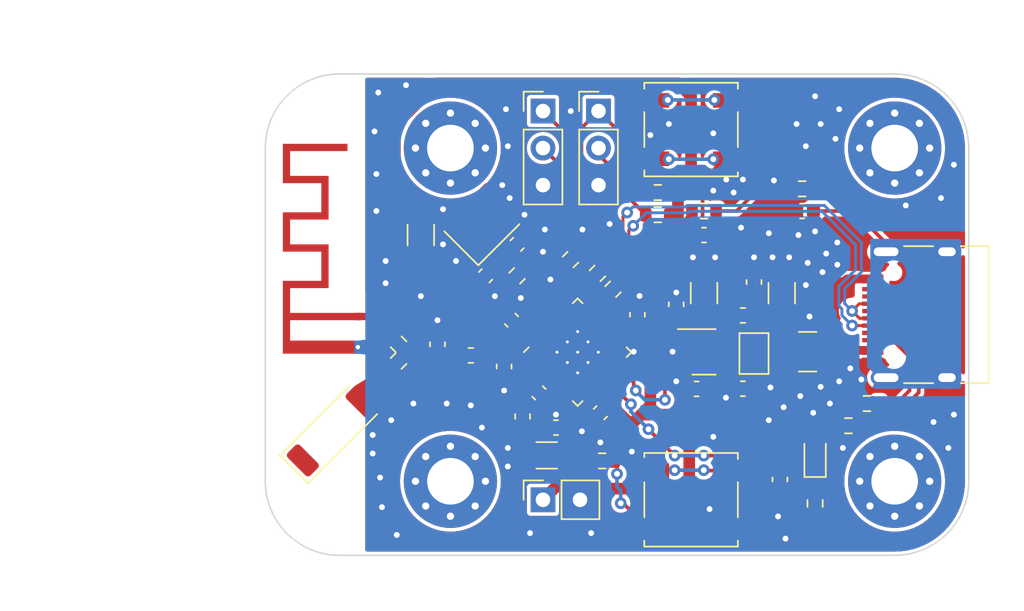
<source format=kicad_pcb>
(kicad_pcb (version 20211014) (generator pcbnew)
  (layers (0 "F.Cu" signal) (31 "B.Cu" signal) (34 "B.Paste" user) (35 "F.Paste" user) (36 "B.SilkS" user "B.Silkscreen") (37 "F.SilkS" user "F.Silkscreen") (38 "B.Mask" user) (39 "F.Mask" user) (44 "Edge.Cuts" user))
  (net 0 "")
  (net 1 "+3.3V")
  (net 2 "GND")
  (net 3 "+3.3VP")
  (net 4 "Net-(AE1-Pad1)")
  (net 5 "Net-(AE2-Pad2)")
  (net 9 "Net-(C8-Pad1)")
  (net 15 "Net-(C9-Pad1)")
  (net 16 "Net-(C10-Pad1)")
  (net 19 "Net-(C11-Pad1)")
  (net 20 "+5V")
  (net 21 "Net-(C14-Pad1)")
  (net 22 "Net-(C16-Pad1)")
  (net 23 "Net-(C18-Pad1)")
  (net 24 "/RST")
  (net 25 "Net-(C19-Pad1)")
  (net 26 "/BOOT")
  (net 27 "Net-(D1-Pad1)")
  (net 28 "/LED_PIN")
  (net 29 "Net-(F1-Pad2)")
  (net 34 "/I2C_SCL")
  (net 35 "/I2C_SDA")
  (net 36 "/U0TX")
  (net 37 "/U0RX")
  (net 38 "/USB_DP")
  (net 39 "/USB_DN")
  (net 40 "Net-(R4-Pad1)")
  (net 41 "Net-(R6-Pad1)")
  (net 42 "Net-(R7-Pad1)")
  (net 43 "Net-(R8-Pad2)")
  (net 44 "Net-(J3-PadA5)")
  (net 46 "Net-(J3-PadB5)")
  (net 52 "Net-(C20-Pad2)")
  (net 54 "Net-(JP1-Pad1)")
  (footprint "Package_TO_SOT_SMD:TSOT-23-5" (layer "F.Cu") (at 131.699 77.482)
    (fp_text reference "U2" hide)
    (fp_text value "RT9013-33GB")
  )
  (footprint "Resistor_SMD:R_0603_1608Metric" (layer "F.Cu") (at 110.744 78.105 45)
    (fp_text reference "R5" hide)
    (fp_text value "0R")
  )
  (footprint "Inductor_SMD:L_0603_1608Metric" (layer "F.Cu") (at 134.366 74.979 180)
    (fp_text reference "L3" hide)
    (fp_text value "2.2nH")
  )
  (footprint "Connector_USB:USB_C_Receptacle_HRO_TYPE-C-31-M-12" (layer "F.Cu") (at 147.32 74.93 90)
    (fp_text reference "J3" hide)
    (fp_text value "USB_C_Receptacle")
  )
  (footprint "Inductor_SMD:L_0603_1608Metric" (layer "F.Cu") (at 115.697 77.724)
    (fp_text reference "L2" hide)
    (fp_text value "2.2nH")
  )
  (footprint "MountingHole:MountingHole_3.2mm_M3_Pad_Via" (layer "F.Cu") (at 144.78 63.5)
    (fp_text reference "H2" hide)
    (fp_text value "MountingHole_Pad")
  )
  (footprint "Resistor_SMD:R_0603_1608Metric" (layer "F.Cu") (at 142.875 81.026)
    (fp_text reference "R2" hide)
    (fp_text value "5.1k")
  )
  (footprint "Fuse:Fuse_1210_3225Metric" (layer "F.Cu") (at 138.811 77.47)
    (fp_text reference "F1" hide)
    (fp_text value "Fuse")
  )
  (footprint "Resistor_SMD:R_0603_1608Metric" (layer "F.Cu") (at 118.872 72.263 45)
    (fp_text reference "R8" hide)
    (fp_text value "22R")
  )
  (footprint "Button_Switch_SMD:SW_Push_1P1T_NO_CK_KSC7xxJ" (layer "F.Cu") (at 130.81 87.63 180)
    (fp_text reference "SW1" hide)
    (fp_text value "SW_RST")
  )
  (footprint "Resistor_SMD:R_0603_1608Metric" (layer "F.Cu") (at 125.45632 73.18568 45)
    (fp_text reference "R7" hide)
    (fp_text value "22R")
  )
  (footprint "Resistor_SMD:R_0603_1608Metric" (layer "F.Cu") (at 141.605 82.55)
    (fp_text reference "R3" hide)
    (fp_text value "5.1k")
  )
  (footprint "Capacitor_SMD:C_0603_1608Metric" (layer "F.Cu") (at 131.699 69.469 180)
    (fp_text reference "C19" hide)
    (fp_text value "100nF")
  )
  (footprint "MountingHole:MountingHole_3.2mm_M3_Pad_Via" (layer "F.Cu") (at 114.3 86.36)
    (fp_text reference "H4" hide)
    (fp_text value "MountingHole_Pad")
  )
  (footprint "Capacitor_SMD:C_0603_1608Metric" (layer "F.Cu") (at 135.128 72.693 90)
    (fp_text reference "C13" hide)
    (fp_text value "100nF")
  )
  (footprint "Resistor_SMD:R_0603_1608Metric" (layer "F.Cu") (at 110.744 76.962 -45)
    (fp_text reference "R1" hide)
    (fp_text value "0R")
  )
  (footprint "Capacitor_SMD:C_0603_1608Metric" (layer "F.Cu") (at 120.37632 80.29768 -45)
    (fp_text reference "C7" hide)
    (fp_text value "100nF")
  )
  (footprint "MountingHole:MountingHole_3.2mm_M3_Pad_Via" (layer "F.Cu") (at 144.78 86.36)
    (fp_text reference "H3" hide)
    (fp_text value "MountingHole_Pad")
  )
  (footprint "Capacitor_SMD:C_0603_1608Metric" (layer "F.Cu") (at 131.191 80.022 180)
    (fp_text reference "C16" hide)
    (fp_text value "10nF")
  )
  (footprint "Capacitor_SMD:C_0603_1608Metric" (layer "F.Cu") (at 116.713 72.263 -135)
    (fp_text reference "C10" hide)
    (fp_text value "C")
  )
  (footprint "Crystal:Crystal_SMD_3225-4Pin_3.2x2.5mm" (layer "F.Cu") (at 116.459 68.961 45)
    (fp_text reference "Y1" hide)
    (fp_text value "Crystal_40MHz")
  )
  (footprint "Capacitor_SMD:C_0603_1608Metric" (layer "F.Cu") (at 113.411 76.962 90)
    (fp_text reference "C8" hide)
    (fp_text value "3.3pF")
  )
  (footprint "LED_SMD:LED_0603_1608Metric" (layer "F.Cu") (at 139.319 84.582 90)
    (fp_text reference "D1" hide)
    (fp_text value "LED")
  )
  (footprint "Resistor_SMD:R_0603_1608Metric" (layer "F.Cu") (at 131.699 67.818)
    (fp_text reference "R11" hide)
    (fp_text value "4.7k")
  )
  (footprint "Capacitor_SMD:C_1206_3216Metric" (layer "F.Cu") (at 131.699 73.455 90)
    (fp_text reference "C15" hide)
    (fp_text value "10uF")
  )
  (footprint "Capacitor_SMD:C_0603_1608Metric" (layer "F.Cu") (at 117.983 78.486 -90)
    (fp_text reference "C9" hide)
    (fp_text value "3.3pF")
  )
  (footprint "Inductor_SMD:L_0603_1608Metric" (layer "F.Cu") (at 119.253 81.915 90)
    (fp_text reference "L1" hide)
    (fp_text value "2.2nH")
  )
  (footprint "Package_DFN_QFN:QFN-32-1EP_5x5mm_P0.5mm_EP3.1x3.1mm_ThermalVias" (layer "F.Cu") (at 123.02932 77.50368 45)
    (fp_text reference "U1" hide)
    (fp_text value "ESP32-C3")
  )
  (footprint "Capacitor_SMD:C_0603_1608Metric" (layer "F.Cu") (at 134.366 80.01 180)
    (fp_text reference "C17" hide)
    (fp_text value "1uF")
  )
  (footprint "RF_Antenna:Johanson_2450AT43F0100" (layer "F.Cu") (at 106.188746 82.914254 45)
    (fp_text reference "AE2" hide)
    (fp_text value "Antenna_Chip")
  )
  (footprint "Resistor_SMD:R_0603_1608Metric" (layer "F.Cu") (at 139.319 87.884 -90)
    (fp_text reference "R10" hide)
    (fp_text value "4.7k")
  )
  (footprint "Connector_PinSocket_2.54mm:PinSocket_1x02_P2.54mm_Vertical" (layer "F.Cu") (at 120.65 87.63 90)
    (fp_text reference "J4" hide)
    (fp_text value "Conn_Ext_3v3")
  )
  (footprint "Resistor_SMD:R_0603_1608Metric" (layer "F.Cu") (at 124.388683 72.094317 45)
    (fp_text reference "R6" hide)
    (fp_text value "22R")
  )
  (footprint "Button_Switch_SMD:SW_Push_1P1T_NO_CK_KSC7xxJ" (layer "F.Cu") (at 130.81 62.23)
    (fp_text reference "SW2" hide)
    (fp_text value "SW_BOOT")
  )
  (footprint "Resistor_SMD:R_0603_1608Metric" (layer "F.Cu") (at 128.524 68.072)
    (fp_text reference "R14" hide)
    (fp_text value "4.7k")
  )
  (footprint "MountingHole:MountingHole_3.2mm_M3_Pad_Via" (layer "F.Cu") (at 114.3 63.5)
    (fp_text reference "H1" hide)
    (fp_text value "MountingHole_Pad")
  )
  (footprint "Capacitor_SMD:C_0603_1608Metric" (layer "F.Cu") (at 136.906 86.233 90)
    (fp_text reference "C18" hide)
    (fp_text value "100nF")
  )
  (footprint "Capacitor_SMD:C_1206_3216Metric" (layer "F.Cu") (at 112.268 69.469 90)
    (fp_text reference "C1" hide)
    (fp_text value "10uF")
  )
  (footprint "Resistor_SMD:R_0603_1608Metric" (layer "F.Cu") (at 138.43 66.294)
    (fp_text reference "R12" hide)
    (fp_text value "1M")
  )
  (footprint "Capacitor_SMD:C_0603_1608Metric" (layer "F.Cu") (at 118.872 70.104 45)
    (fp_text reference "C11" hide)
    (fp_text value "C")
  )
  (footprint "Capacitor_SMD:C_0603_1608Metric" (layer "F.Cu") (at 127.127 74.93 90)
    (fp_text reference "C2" hide)
    (fp_text value "100nF")
  )
  (footprint "Connector_PinHeader_2.54mm:PinHeader_1x03_P2.54mm_Vertical" (layer "F.Cu") (at 120.65 60.96)
    (fp_text reference "J2" hide)
    (fp_text value "Conn_UART")
  )
  (footprint "RF_Antenna:Texas_SWRA117D_2.4GHz_Right" (layer "F.Cu") (at 107.95 75.057 90)
    (fp_text reference "AE1" hide)
    (fp_text value "PCB_Antenna_2.4GHz")
  )
  (footprint "Resistor_SMD:R_0603_1608Metric" (layer "F.Cu") (at 124.714 84.963)
    (fp_text reference "R9" hide)
    (fp_text value "4.7k")
  )
  (footprint "Capacitor_SMD:C_0603_1608Metric" (layer "F.Cu") (at 129.794 74.217 90)
    (fp_text reference "C14" hide)
    (fp_text value "100nF")
  )
  (footprint "Capacitor_SMD:C_1206_3216Metric" (layer "F.Cu") (at 137.033 73.455 90)
    (fp_text reference "C12" hide)
    (fp_text value "10uF")
  )
  (footprint "Capacitor_SMD:C_0603_1608Metric" (layer "F.Cu") (at 118.491 75.311 135)
    (fp_text reference "C4" hide)
    (fp_text value "100nF")
  )
  (footprint "Capacitor_SMD:C_0603_1608Metric" (layer "F.Cu") (at 138.43 67.818)
    (fp_text reference "C20" hide)
    (fp_text value "10nF")
  )
  (footprint "Resistor_SMD:R_0603_1608Metric" (layer "F.Cu") (at 128.524 66.548)
    (fp_text reference "R13" hide)
    (fp_text value "4.7k")
  )
  (footprint "Capacitor_SMD:C_1206_3216Metric" (layer "F.Cu") (at 120.904 84.582 180)
    (fp_text reference "C5" hide)
    (fp_text value "10uF")
  )
  (footprint "Jumper:SolderJumper-2_P1.3mm_Open_TrianglePad1.0x1.5mm" (layer "F.Cu") (at 135.128 77.597 -90)
    (fp_text reference "JP1" hide)
    (fp_text value "SolderJumper_2_Open")
  )
  (footprint "Capacitor_SMD:C_0603_1608Metric" (layer "F.Cu") (at 124.587 81.661 -135)
    (fp_text reference "C3" hide)
    (fp_text value "100nF")
  )
  (footprint "Capacitor_SMD:C_0603_1608Metric" (layer "F.Cu") (at 121.539 82.677)
    (fp_text reference "C6" hide)
    (fp_text value "100nF")
  )
  (footprint "Connector_PinHeader_2.54mm:PinHeader_1x03_P2.54mm_Vertical" (layer "F.Cu") (at 124.46 60.96)
    (fp_text reference "J1" hide)
    (fp_text value "Conn_I2C")
  )
  (footprint "Resistor_SMD:R_0603_1608Metric" (layer "F.Cu") (at 122.53532 71.15368 45)
    (fp_text reference "R4" hide)
    (fp_text value "499R")
  )
  (gr_line (start 101.6 63.5) (end 101.6 86.36) (layer "Edge.Cuts") (width 0.1))
  (gr_line (start 106.68 91.44) (end 144.78 91.44) (layer "Edge.Cuts") (width 0.1))
  (gr_arc (start 144.78 58.42) (mid 148.372102 59.907898) (end 149.86 63.5) (layer "Edge.Cuts") (width 0.1))
  (gr_line (start 144.78 58.42) (end 106.68 58.42) (layer "Edge.Cuts") (width 0.1))
  (gr_line (start 149.86 86.36) (end 149.86 63.5) (layer "Edge.Cuts") (width 0.1))
  (gr_arc (start 101.6 63.5) (mid 103.087898 59.907898) (end 106.68 58.42) (layer "Edge.Cuts") (width 0.1))
  (gr_arc (start 149.86 86.36) (mid 148.372102 89.952102) (end 144.78 91.44) (layer "Edge.Cuts") (width 0.1))
  (gr_arc (start 106.68 91.44) (mid 103.087898 89.952102) (end 101.6 86.36) (layer "Edge.Cuts") (width 0.1))
  (segment (start 125.99033 77.010239) (end 126.959992 76.040577) (width 0.25) (layer "F.Cu") (net 1))
  (segment (start 122.301 84.66) (end 122.379 84.582) (width 0.8) (layer "F.Cu") (net 1))
  (segment (start 128.27 74.803) (end 128.27 71.755) (width 0.6) (layer "F.Cu") (net 1))
  (segment (start 128.819 71.206) (end 128.819 69.999) (width 0.6) (layer "F.Cu") (net 1))
  (segment (start 128.016 78.994) (end 128.016 81.154) (width 0.8) (layer "F.Cu") (net 1))
  (segment (start 122.379 84.582) (end 122.379 84.533) (width 0.8) (layer "F.Cu") (net 1))
  (segment (start 130.874 67.944) (end 129.349 69.469) (width 0.25) (layer "F.Cu") (net 1))
  (segment (start 120.421864 76.663991) (end 119.616881 75.859008) (width 0.25) (layer "F.Cu") (net 1))
  (segment (start 127.762 76.327) (end 127.889 76.454) (width 0.8) (layer "F.Cu") (net 1))
  (segment (start 127.889 78.867) (end 128.016 78.994) (width 0.8) (layer "F.Cu") (net 1))
  (segment (start 120.764 82.918) (end 120.764 82.677) (width 0.8) (layer "F.Cu") (net 1))
  (segment (start 130.874 67.818) (end 130.874 67.944) (width 0.25) (layer "F.Cu") (net 1))
  (segment (start 133.783363 81.788) (end 131.572 81.788) (width 0.8) (layer "F.Cu") (net 1))
  (segment (start 119.2785 82.677) (end 119.253 82.7025) (width 0.8) (layer "F.Cu") (net 1))
  (segment (start 110.49 68.961) (end 117.602 76.073) (width 0.8) (layer "F.Cu") (net 1))
  (segment (start 126.4925 82.2965) (end 125.135008 80.939008) (width 0.8) (layer "F.Cu") (net 1))
  (segment (start 119.039008 75.986008) (end 119.039008 75.859008) (width 0.25) (layer "F.Cu") (net 1))
  (segment (start 127.889 76.454) (end 127.889 78.867) (width 0.8) (layer "F.Cu") (net 1))
  (segment (start 135.141 80.01) (end 135.141 80.430363) (width 0.8) (layer "F.Cu") (net 1))
  (segment (start 129.921 59.055) (end 113.370988 59.055) (width 0.8) (layer "F.Cu") (net 1))
  (segment (start 135.141 80.430363) (end 133.783363 81.788) (width 0.8) (layer "F.Cu") (net 1))
  (segment (start 131.572 81.788) (end 127.382 81.788) (width 0.8) (layer "F.Cu") (net 1))
  (segment (start 120.65 87.63) (end 122.301 85.979) (width 0.8) (layer "F.Cu") (net 1))
  (segment (start 120.06831 77.017544) (end 120.06831 77.01531) (width 0.25) (layer "F.Cu") (net 1))
  (segment (start 119.616881 75.859008) (end 119.039008 75.859008) (width 0.25) (layer "F.Cu") (net 1))
  (segment (start 122.379 84.533) (end 120.764 82.918) (width 0.8) (layer "F.Cu") (net 1))
  (segment (start 130.81 59.944) (end 129.921 59.055) (width 0.8) (layer "F.Cu") (net 1))
  (segment (start 122.301 85.979) (end 122.301 84.66) (width 0.8) (layer "F.Cu") (net 1))
  (segment (start 124.222563 79.797156) (end 124.936606 80.511199) (width 0.25) (layer "F.Cu") (net 1))
  (segment (start 126.959992 76.040577) (end 126.959992 75.859008) (width 0.25) (layer "F.Cu") (net 1))
  (segment (start 127.382 81.788) (end 126.8735 82.2965) (width 0.8) (layer "F.Cu") (net 1))
  (segment (start 127.762 75.311) (end 128.27 74.803) (width 0.6) (layer "F.Cu") (net 1))
  (segment (start 130.683 82.677) (end 130.683 86.868) (width 0.8) (layer "F.Cu") (net 1))
  (segment (start 120.06831 77.01531) (end 119.039008 75.986008) (width 0.25) (layer "F.Cu") (net 1))
  (segment (start 110.49 61.935988) (end 110.49 68.961) (width 0.8) (layer "F.Cu") (net 1))
  (segment (start 124.222563 79.757583) (end 124.222563 79.797156) (width 0.25) (layer "F.Cu") (net 1))
  (segment (start 129.349 69.469) (end 129.91 68.908) (width 0.8) (layer "F.Cu") (net 1))
  (segment (start 127.254 75.705) (end 127.114 75.705) (width 0.8) (layer "F.Cu") (net 1))
  (segment (start 127.762 76.213) (end 127.254 75.705) (width 0.8) (layer "F.Cu") (net 1))
  (segment (start 113.370988 59.055) (end 110.49 61.935988) (width 0.8) (layer "F.Cu") (net 1))
  (segment (start 125.135008 80.939008) (end 125.135008 80.858992) (width 0.8) (layer "F.Cu") (net 1))
  (segment (start 128.819 69.999) (end 129.349 69.469) (width 0.6) (layer "F.Cu") (net 1))
  (segment (start 127.762 76.327) (end 127.762 75.311) (width 0.6) (layer "F.Cu") (net 1))
  (segment (start 130.683 86.868) (end 124.665 86.868) (width 0.8) (layer "F.Cu") (net 1))
  (segment (start 128.016 81.154) (end 127.382 81.788) (width 0.8) (layer "F.Cu") (net 1))
  (segment (start 117.602 76.073) (end 118.618 76.073) (width 0.8) (layer "F.Cu") (net 1))
  (segment (start 128.27 71.755) (end 128.819 71.206) (width 0.6) (layer "F.Cu") (net 1))
  (segment (start 130.81 65.024) (end 130.81 59.944) (width 0.8) (layer "F.Cu") (net 1))
  (segment (start 129.91 65.924) (end 130.81 65.024) (width 0.8) (layer "F.Cu") (net 1))
  (segment (start 124.665 86.868) (end 122.379 84.582) (width 0.8) (layer "F.Cu") (net 1))
  (segment (start 129.91 68.908) (end 129.91 65.924) (width 0.8) (layer "F.Cu") (net 1))
  (segment (start 120.764 82.677) (end 119.2785 82.677) (width 0.8) (layer "F.Cu") (net 1))
  (segment (start 126.8735 82.2965) (end 126.4925 82.2965) (width 0.8) (layer "F.Cu") (net 1))
  (segment (start 127.114 75.705) (end 126.959992 75.859008) (width 0.8) (layer "F.Cu") (net 1))
  (segment (start 125.99033 77.017544) (end 125.99033 77.010239) (width 0.25) (layer "F.Cu") (net 1))
  (segment (start 128.994 69.824) (end 129.349 69.469) (width 0.25) (layer "F.Cu") (net 1))
  (segment (start 131.572 81.788) (end 130.683 82.677) (width 0.8) (layer "F.Cu") (net 1))
  (segment (start 127.762 76.327) (end 127.762 76.213) (width 0.8) (layer "F.Cu") (net 1))
  (segment (start 118.364 66.929) (end 118.364 68.258081) (width 0.25) (layer "F.Cu") (net 2))
  (segment (start 121.158 72.517) (end 120.846 72.205) (width 0.25) (layer "F.Cu") (net 2))
  (segment (start 120.846 72.205) (end 120.846 71.408573) (width 0.25) (layer "F.Cu") (net 2))
  (segment (start 114.681 71.247) (end 117.094 73.66) (width 0.25) (layer "F.Cu") (net 2))
  (segment (start 120.65 71.212573) (end 120.65 70.612) (width 0.25) (layer "F.Cu") (net 2))
  (segment (start 118.364 68.258081) (end 117.837858 68.784223) (width 0.25) (layer "F.Cu") (net 2))
  (segment (start 115.094103 67.691) (end 113.792 67.691) (width 0.25) (layer "F.Cu") (net 2))
  (segment (start 117.348 73.66) (end 117.475 73.787) (width 0.25) (layer "F.Cu") (net 2))
  (segment (start 120.846 71.408573) (end 120.65 71.212573) (width 0.25) (layer "F.Cu") (net 2))
  (segment (start 120.476016 70.612) (end 119.420008 69.555992) (width 0.25) (layer "F.Cu") (net 2))
  (segment (start 118.609627 69.555992) (end 117.837858 68.784223) (width 0.25) (layer "F.Cu") (net 2))
  (segment (start 120.65 70.612) (end 120.476016 70.612) (width 0.25) (layer "F.Cu") (net 2))
  (segment (start 116.745103 66.04) (end 115.094103 67.691) (width 0.25) (layer "F.Cu") (net 2))
  (segment (start 117.475 73.787) (end 119.126 73.787) (width 0.25) (layer "F.Cu") (net 2))
  (segment (start 113.792 70.358) (end 114.681 71.247) (width 0.25) (layer "F.Cu") (net 2))
  (segment (start 119.420008 69.555992) (end 118.609627 69.555992) (width 0.25) (layer "F.Cu") (net 2))
  (segment (start 117.856 66.04) (end 116.745103 66.04) (width 0.25) (layer "F.Cu") (net 2))
  (segment (start 117.094 73.66) (end 117.348 73.66) (width 0.25) (layer "F.Cu") (net 2))
  (segment (start 117.856 66.04) (end 117.856 66.421) (width 0.25) (layer "F.Cu") (net 2))
  (segment (start 117.856 66.421) (end 118.364 66.929) (width 0.25) (layer "F.Cu") (net 2))
  (segment (start 113.792 67.691) (end 113.792 70.358) (width 0.25) (layer "F.Cu") (net 2))
  (via (at 133.731 66.548) (size 0.8) (drill 0.4) (layers "F.Cu" "B.Cu") (net 2))
  (via (at 140.335 81.026) (size 0.8) (drill 0.4) (layers "F.Cu" "B.Cu") (net 2))
  (via (at 118.237 63.373) (size 0.8) (drill 0.4) (layers "F.Cu" "B.Cu") (net 2))
  (via (at 109.22 65.278) (size 0.8) (drill 0.4) (layers "F.Cu" "B.Cu") (net 2))
  (via (at 118.11 60.833) (size 0.8) (drill 0.4) (layers "F.Cu" "B.Cu") (net 2))
  (via (at 118.237 85.344) (size 0.8) (drill 0.4) (layers "F.Cu" "B.Cu") (net 2))
  (via (at 142.494 79.375) (size 0.8) (drill 0.4) (layers "F.Cu" "B.Cu") (net 2))
  (via (at 121.158 72.517) (size 0.8) (drill 0.4) (layers "F.Cu" "B.Cu") (net 2))
  (via (at 137.287 90.297) (size 0.8) (drill 0.4) (layers "F.Cu" "B.Cu") (net 2))
  (via (at 129.286 61.849) (size 0.8) (drill 0.4) (layers "F.Cu" "B.Cu") (net 2))
  (via (at 129.794 79.502) (size 0.8) (drill 0.4) (layers "F.Cu" "B.Cu") (net 2))
  (via (at 145.542 67.437) (size 0.8) (drill 0.4) (layers "F.Cu" "B.Cu") (net 2))
  (via (at 118.364 66.929) (size 0.8) (drill 0.4) (layers "F.Cu" "B.Cu") (net 2))
  (via (at 140.716 62.865) (size 0.8) (drill 0.4) (layers "F.Cu" "B.Cu") (net 2))
  (via (at 136.144 82.169) (size 0.8) (drill 0.4) (layers "F.Cu" "B.Cu") (net 2))
  (via (at 148.463 84.074) (size 0.8) (drill 0.4) (layers "F.Cu" "B.Cu") (net 2))
  (via (at 139.319 69.215) (size 0.8) (drill 0.4) (layers "F.Cu" "B.Cu") (net 2))
  (via (at 139.192 81.661) (size 0.8) (drill 0.4) (layers "F.Cu" "B.Cu") (net 2))
  (via (at 140.97 60.833) (size 0.8) (drill 0.4) (layers "F.Cu" "B.Cu") (net 2))
  (via (at 132.334 62.484) (size 0.8) (drill 0.4) (layers "F.Cu" "B.Cu") (net 2))
  (via (at 130.937 70.993) (size 0.8) (drill 0.4) (layers "F.Cu" "B.Cu") (net 2))
  (via (at 109.601 88.138) (size 0.8) (drill 0.4) (layers "F.Cu" "B.Cu") (net 2))
  (via (at 111.76 81.026) (size 0.8) (drill 0.4) (layers "F.Cu" "B.Cu") (net 2))
  (via (at 132.334 66.421) (size 0.8) (drill 0.4) (layers "F.Cu" "B.Cu") (net 2))
  (via (at 147.955 66.929) (size 0.8) (drill 0.4) (layers "F.Cu" "B.Cu") (net 2))
  (via (at 139.7 61.849) (size 0.8) (drill 0.4) (layers "F.Cu" "B.Cu") (net 2))
  (via (at 109.855 71.247) (size 0.8) (drill 0.4) (layers "F.Cu" "B.Cu") (net 2))
  (via (at 133.223 65.659) (size 0.8) (drill 0.4) (layers "F.Cu" "B.Cu") (net 2))
  (via (at 116.459 82.677) (size 0.8) (drill 0.4) (layers "F.Cu" "B.Cu") (net 2))
  (via (at 110.236 82.169) (size 0.8) (drill 0.4) (layers "F.Cu" "B.Cu") (net 2))
  (via (at 113.792 70.104) (size 0.8) (drill 0.4) (layers "F.Cu" "B.Cu") (net 2))
  (via (at 140.843 69.977) (size 0.8) (drill 0.4) (layers "F.Cu" "B.Cu") (net 2))
  (via (at 119.761 89.916) (size 0.8) (drill 0.4) (layers "F.Cu" "B.Cu") (net 2))
  (via (at 113.792 67.691) (size 0.8) (drill 0.4) (layers "F.Cu" "B.Cu") (net 2))
  (via (at 129.794 73.406) (size 0.8) (drill 0.4) (layers "F.Cu" "B.Cu") (net 2))
  (via (at 109.093 62.357) (size 0.8) (drill 0.4) (layers "F.Cu" "B.Cu") (net 2))
  (via (at 140.843 71.501) (size 0.8) (drill 0.4) (layers "F.Cu" "B.Cu") (net 2))
  (via (at 136.253904 79.925463) (size 0.8) (drill 0.4) (layers "F.Cu" "B.Cu") (net 2))
  (via (at 126.746 84.328) (size 0.8) (drill 0.4) (layers "F.Cu" "B.Cu") (net 2))
  (via (at 124.587 83.693) (size 0.8) (drill 0.4) (layers "F.Cu" "B.Cu") (net 2))
  (via (at 136.493663 65.723943) (size 0.8) (drill 0.4) (layers "F.Cu" "B.Cu") (net 2))
  (via (at 117.983 80.137) (size 0.8) (drill 0.4) (layers "F.Cu" "B.Cu") (net 2))
  (via (at 114.681 71.247) (size 0.8) (drill 0.4) (layers "F.Cu" "B.Cu") (net 2))
  (via (at 148.844 81.788) (size 0.8) (drill 0.4) (layers "F.Cu" "B.Cu") (net 2))
  (via (at 109.347 59.69) (size 0.8) (drill 0.4) (layers "F.Cu" "B.Cu") (net 2))
  (via (at 132.08 88.265) (size 0.8) (drill 0.4) (layers "F.Cu" "B.Cu") (net 2))
  (via (at 121.539 81.788) (size 0.8) (drill 0.4) (layers "F.Cu" "B.Cu") (net 2))
  (via (at 135.128 70.993) (size 0.8) (drill 0.4) (layers "F.Cu" "B.Cu") (net 2))
  (via (at 123.3545 69.088) (size 0.8) (drill 0.4) (layers "F.Cu" "B.Cu") (net 2))
  (via (at 123.317 82.931) (size 0.8) (drill 0.4) (layers "F.Cu" "B.Cu") (net 2))
  (via (at 134.239 68.961) (size 0.8) (drill 0.4) (layers "F.Cu" "B.Cu") (net 2))
  (via (at 114.046 81.026) (size 0.8) (drill 0.4) (layers "F.Cu" "B.Cu") (net 2))
  (via (at 139.319 59.944) (size 0.8) (drill 0.4) (layers "F.Cu" "B.Cu") (net 2))
  (via (at 120.65 70.612) (size 0.8) (drill 0.4) (layers "F.Cu" "B.Cu") (net 2))
  (via (at 117.348 73.66) (size 0.8) (drill 0.4) (layers "F.Cu" "B.Cu") (net 2))
  (via (at 136.398 70.993) (size 0.8) (drill 0.4) (layers "F.Cu" "B.Cu") (net 2))
  (via (at 139.7 79.883) (size 0.8) (drill 0.4) (layers "F.Cu" "B.Cu") (net 2))
  (via (at 138.684 63.373) (size 0.8) (drill 0.4) (layers "F.Cu" "B.Cu") (net 2))
  (via (at 111.252 59.182) (size 0.8) (drill 0.4) (layers "F.Cu" "B.Cu") (net 2))
  (via (at 134.366 65.659) (size 0.8) (drill 0.4) (layers "F.Cu" "B.Cu") (net 2))
  (via (at 148.844 64.643) (size 0.8) (drill 0.4) (layers "F.Cu" "B.Cu") (net 2))
  (via (at 128.016 62.611) (size 0.8) (drill 0.4) (layers "F.Cu" "B.Cu") (net 2))
  (via (at 138.684 72.898) (size 0.8) (drill 0.4) (layers "F.Cu" "B.Cu") (net 2))
  (via (at 141.224 84.074) (size 0.8) (drill 0.4) (layers "F.Cu" "B.Cu") (net 2))
  (via (at 112.268 73.66) (size 0.8) (drill 0.4) (layers "F.Cu" "B.Cu") (net 2))
  (via (at 138.049 61.849) (size 0.8) (drill 0.4) (layers "F.Cu" "B.Cu") (net 2))
  (via (at 136.779 88.773) (size 0.8) (drill 0.4) (layers "F.Cu" "B.Cu") (net 2))
  (via (at 129.54 77.47) (size 0.8) (drill 0.4) (layers "F.Cu" "B.Cu") (net 2))
  (via (at 109.22 67.818) (size 0.8) (drill 0.4) (layers "F.Cu" "B.Cu") (net 2))
  (via (at 123.952 89.916) (size 0.8) (drill 0.4) (layers "F.Cu" "B.Cu") (net 2))
  (via (at 127.277049 73.645549) (size 0.8) (drill 0.4) (layers "F.Cu" "B.Cu") (net 2))
  (via (at 140.081 70.739) (size 0.8) (drill 0.4) (layers "F.Cu" "B.Cu") (net 2))
  (via (at 126.873 77.47) (size 0.8) (drill 0.4) (layers "F.Cu" "B.Cu") (net 2))
  (via (at 108.966 84.455) (size 0.8) (drill 0.4) (layers "F.Cu" "B.Cu") (net 2))
  (via (at 138.303 80.518) (size 0.8) (drill 0.4) (layers "F.Cu" "B.Cu") (net 2))
  (via (at 122.555 60.96) (size 0.8) (drill 0.4) (layers "F.Cu" "B.Cu") (net 2))
  (via (at 120.777 69.088) (size 0.8) (drill 0.4) (layers "F.Cu" "B.Cu") (net 2))
  (via (at 141.732 78.613) (size 0.8) (drill 0.4) (layers "F.Cu" "B.Cu") (net 2))
  (via (at 138.176 69.469) (size 0.8) (drill 0.4) (layers "F.Cu" "B.Cu") (net 2))
  (via (at 110.617 90.043) (size 0.8) (drill 0.4) (layers "F.Cu" "B.Cu") (net 2))
  (via (at 109.855 72.771) (size 0.8) (drill 0.4) (layers "F.Cu" "B.Cu") (net 2))
  (via (at 138.938 75.057) (size 0.8) (drill 0.4) (layers "F.Cu" "B.Cu") (net 2))
  (via (at 119.126 73.787) (size 0.8) (drill 0.4) (layers "F.Cu" "B.Cu") (net 2))
  (via (at 119.38 68.072) (size 0.8) (drill 0.4) (layers "F.Cu" "B.Cu") (net 2))
  (via (at 147.447 82.296) (size 0.8) (drill 0.4) (layers "F.Cu" "B.Cu") (net 2))
  (via (at 136.144 69.342) (size 0.8) (drill 0.4) (layers "F.Cu" "B.Cu") (net 2))
  (via (at 137.16 81.28) (size 0.8) (drill 0.4) (layers "F.Cu" "B.Cu") (net 2))
  (via (at 139.827 72.009) (size 0.8) (drill 0.4) (layers "F.Cu" "B.Cu") (net 2))
  (via (at 138.811 71.374) (size 0.8) (drill 0.4) (layers "F.Cu" "B.Cu") (net 2))
  (via (at 132.461 70.993) (size 0.8) (drill 0.4) (layers "F.Cu" "B.Cu") (net 2))
  (via (at 113.411 75.311) (size 0.8) (drill 0.4) (layers "F.Cu" "B.Cu") (net 2))
  (via (at 137.541 70.993) (size 0.8) (drill 0.4) (layers "F.Cu" "B.Cu") (net 2))
  (via (at 140.97 79.502) (size 0.8) (drill 0.4) (layers "F.Cu" "B.Cu") (net 2))
  (via (at 133.203609 80.625609) (size 0.8) (drill 0.4) (layers "F.Cu" "B.Cu") (net 2))
  (via (at 132.334 83.312) (size 0.8) (drill 0.4) (layers "F.Cu" "B.Cu") (net 2))
  (via (at 109.474 86.106) (size 0.8) (drill 0.4) (layers "F.Cu" "B.Cu") (net 2))
  (via (at 117.856 66.04) (size 0.8) (drill 0.4) (layers "F.Cu" "B.Cu") (net 2))
  (via (at 115.697 81.153) (size 0.8) (drill 0.4) (layers "F.Cu" "B.Cu") (net 2))
  (via (at 125.222 68.707) (size 0.8) (drill 0.4) (layers "F.Cu" "B.Cu") (net 2))
  (via (at 118.237 84.074) (size 0.8) (drill 0.4) (layers "F.Cu" "B.Cu") (net 2))
  (via (at 108.966 83.185) (size 0.8) (drill 0.4) (layers "F.Cu" "B.Cu") (net 2))
  (segment (start 111.565 77.157) (end 113.411 75.311) (width 0.6) (layer "B.Cu") (net 2))
  (segment (start 108.331 77.157) (end 111.565 77.157) (width 1) (layer "B.Cu") (net 2))
  (segment (start 119.253 81.1275) (end 119.253 80.324984) (width 0.8) (layer "F.Cu") (net 3))
  (segment (start 120.421864 78.343369) (end 119.98132 78.783913) (width 0.25) (layer "F.Cu") (net 3))
  (segment (start 120.775417 78.696923) (end 120.74797 78.696923) (width 0.25) (layer "F.Cu") (net 3))
  (segment (start 119.253 80.324984) (end 119.828312 79.749672) (width 0.8) (layer "F.Cu") (net 3))
  (segment (start 119.98132 78.783913) (end 119.98132 79.336573) (width 0.25) (layer "F.Cu") (net 3))
  (segment (start 120.74797 78.696923) (end 120.10832 79.336573) (width 0.25) (layer "F.Cu") (net 3))
  (segment (start 107.95 75.057) (end 108.839 75.057) (width 0.5) (layer "F.Cu") (net 4))
  (segment (start 108.839 75.057) (end 110.160637 76.378637) (width 0.5) (layer "F.Cu") (net 4))
  (segment (start 114.9095 77.724) (end 113.424 77.724) (width 0.8) (layer "F.Cu") (net 9))
  (segment (start 113.398 77.724) (end 113.411 77.737) (width 0.6) (layer "F.Cu") (net 9))
  (segment (start 111.366 77.64175) (end 111.44825 77.724) (width 0.6) (layer "F.Cu") (net 9))
  (segment (start 111.44825 77.724) (end 111.57525 77.597) (width 0.8) (layer "F.Cu") (net 9))
  (segment (start 111.57525 77.597) (end 113.271 77.597) (width 0.8) (layer "F.Cu") (net 9))
  (segment (start 113.271 77.597) (end 113.398 77.724) (width 0.8) (layer "F.Cu") (net 9))
  (segment (start 113.424 77.724) (end 113.411 77.737) (width 0.8) (layer "F.Cu") (net 9))
  (segment (start 119.888 77.851) (end 118.123 77.851) (width 0.6) (layer "F.Cu") (net 15))
  (segment (start 117.983 77.711) (end 116.4975 77.711) (width 0.8) (layer "F.Cu") (net 15))
  (segment (start 118.123 77.851) (end 117.983 77.711) (width 0.6) (layer "F.Cu") (net 15))
  (segment (start 116.4975 77.711) (end 116.4845 77.724) (width 0.8) (layer "F.Cu") (net 15))
  (segment (start 120.026816 77.989816) (end 119.888 77.851) (width 0.25) (layer "F.Cu") (net 15))
  (segment (start 120.06831 77.989816) (end 120.026816 77.989816) (width 0.25) (layer "F.Cu") (net 15))
  (segment (start 117.261008 71.818734) (end 118.288637 72.846363) (width 0.25) (layer "F.Cu") (net 16))
  (segment (start 116.282223 70.736207) (end 117.261008 71.714992) (width 0.25) (layer "F.Cu") (net 16))
  (segment (start 116.282223 70.339858) (end 116.282223 70.736207) (width 0.25) (layer "F.Cu") (net 16))
  (segment (start 117.261008 71.714992) (end 117.261008 71.818734) (width 0.25) (layer "F.Cu") (net 16))
  (segment (start 121.128971 75.956884) (end 120.693544 75.521456) (width 0.25) (layer "F.Cu") (net 19))
  (segment (start 121.115524 75.956884) (end 121.128971 75.956884) (width 0.25) (layer "F.Cu") (net 19))
  (segment (start 120.693544 75.521456) (end 120.423559 75.251472) (width 0.25) (layer "F.Cu") (net 19))
  (segment (start 116.593619 67.6243) (end 116.593619 69.095619) (width 0.25) (layer "F.Cu") (net 19))
  (segment (start 120.396 75.223913) (end 121.128971 75.956884) (width 0.25) (layer "F.Cu") (net 19))
  (segment (start 116.593619 69.095619) (end 118.150008 70.652008) (width 0.25) (layer "F.Cu") (net 19))
  (segment (start 118.323992 70.652008) (end 119.453039 70.652008) (width 0.25) (layer "F.Cu") (net 19))
  (segment (start 120.396 71.594969) (end 120.396 75.223913) (width 0.25) (layer "F.Cu") (net 19))
  (segment (start 118.150008 70.652008) (end 118.323992 70.652008) (width 0.25) (layer "F.Cu") (net 19))
  (segment (start 116.635777 67.582142) (end 116.593619 67.6243) (width 0.25) (layer "F.Cu") (net 19))
  (segment (start 119.453039 70.652008) (end 120.396 71.594969) (width 0.25) (layer "F.Cu") (net 19))
  (segment (start 137.033 74.93) (end 135.2025 74.93) (width 0.8) (layer "F.Cu") (net 20))
  (segment (start 135.128 73.468) (end 135.128 74.9535) (width 0.8) (layer "F.Cu") (net 20))
  (segment (start 137.411 77.47) (end 137.411 75.308) (width 0.8) (layer "F.Cu") (net 20))
  (segment (start 135.128 74.9535) (end 135.1535 74.979) (width 0.8) (layer "F.Cu") (net 20))
  (segment (start 137.411 75.308) (end 137.033 74.93) (width 0.8) (layer "F.Cu") (net 20))
  (segment (start 135.2025 74.93) (end 135.1535 74.979) (width 0.8) (layer "F.Cu") (net 20))
  (segment (start 131.699 74.93) (end 131.699 75.3945) (width 0.25) (layer "F.Cu") (net 21))
  (segment (start 131.833001 77.971) (end 131.208001 78.596) (width 0.25) (layer "F.Cu") (net 21))
  (segment (start 131.833001 77.223001) (end 131.142 76.532) (width 0.25) (layer "F.Cu") (net 21))
  (segment (start 129.794 74.992) (end 129.794 75.7645) (width 0.25) (layer "F.Cu") (net 21))
  (segment (start 131.833001 77.223001) (end 131.833001 77.971) (width 0.25) (layer "F.Cu") (net 21))
  (segment (start 129.794 75.7645) (end 130.5615 76.532) (width 0.25) (layer "F.Cu") (net 21))
  (segment (start 131.208001 78.596) (end 129.7995 78.596) (width 0.25) (layer "F.Cu") (net 21))
  (segment (start 131.142 76.532) (end 130.5615 76.532) (width 0.25) (layer "F.Cu") (net 21))
  (segment (start 129.794 74.992) (end 129.856 74.992) (width 0.25) (layer "F.Cu") (net 21))
  (segment (start 131.966 79.8065) (end 131.966 80.022) (width 0.4) (layer "F.Cu") (net 22))
  (segment (start 132.8365 78.432) (end 132.8365 78.936) (width 0.4) (layer "F.Cu") (net 22))
  (segment (start 132.8365 78.936) (end 131.966 79.8065) (width 0.4) (layer "F.Cu") (net 22))
  (segment (start 125.73 85.852) (end 125.73 85.154) (width 0.25) (layer "F.Cu") (net 23))
  (segment (start 127.7465 89.63) (end 133.71 89.63) (width 0.25) (layer "F.Cu") (net 23))
  (segment (start 125.984 87.8675) (end 126.1475 87.8675) (width 0.25) (layer "F.Cu") (net 23))
  (segment (start 126.1475 87.8675) (end 127.91 89.63) (width 0.25) (layer "F.Cu") (net 23))
  (segment (start 125.73 85.154) (end 125.539 84.963) (width 0.25) (layer "F.Cu") (net 23))
  (segment (start 136.906 87.008) (end 134.284 89.63) (width 0.25) (layer "F.Cu") (net 23))
  (segment (start 134.284 89.63) (end 133.71 89.63) (width 0.25) (layer "F.Cu") (net 23))
  (via (at 125.984 87.8675) (size 0.8) (drill 0.4) (layers "F.Cu" "B.Cu") (net 23))
  (via (at 125.73 85.852) (size 0.8) (drill 0.4) (layers "F.Cu" "B.Cu") (net 23))
  (segment (start 125.73 86.741) (end 125.73 85.852) (width 0.25) (layer "B.Cu") (net 23))
  (segment (start 125.984 86.995) (end 125.73 86.741) (width 0.25) (layer "B.Cu") (net 23))
  (segment (start 125.984 87.8675) (end 125.984 86.995) (width 0.25) (layer "B.Cu") (net 23))
  (segment (start 127.91 84.349) (end 126.746 83.185) (width 0.25) (layer "F.Cu") (net 24))
  (segment (start 124.249132 81.323132) (end 122.217132 81.323132) (width 0.25) (layer "F.Cu") (net 24))
  (segment (start 131.7145 85.63) (end 132.44 85.63) (width 0.25) (layer "F.Cu") (net 24))
  (segment (start 121.846325 80.952325) (end 121.846325 80.454442) (width 0.25) (layer "F.Cu") (net 24))
  (segment (start 127.91 85.598) (end 127.91 84.349) (width 0.25) (layer "F.Cu") (net 24))
  (segment (start 129.6835 85.598) (end 127.91 85.598) (width 0.25) (layer "F.Cu") (net 24))
  (segment (start 122.217132 81.323132) (end 121.846325 80.952325) (width 0.25) (layer "F.Cu") (net 24))
  (segment (start 136.734 85.63) (end 133.71 85.63) (width 0.25) (layer "F.Cu") (net 24))
  (segment (start 126.746 83.185) (end 126.111 83.185) (width 0.25) (layer "F.Cu") (net 24))
  (segment (start 126.111 83.185) (end 124.249132 81.323132) (width 0.25) (layer "F.Cu") (net 24))
  (segment (start 136.906 85.458) (end 136.734 85.63) (width 0.25) (layer "F.Cu") (net 24))
  (segment (start 121.846325 80.454442) (end 122.189631 80.111136) (width 0.25) (layer "F.Cu") (net 24))
  (segment (start 131.6825 85.598) (end 131.7145 85.63) (width 0.25) (layer "F.Cu") (net 24))
  (via (at 131.6825 85.598) (size 0.8) (drill 0.4) (layers "F.Cu" "B.Cu") (net 24))
  (via (at 129.6835 85.598) (size 0.8) (drill 0.4) (layers "F.Cu" "B.Cu") (net 24))
  (segment (start 131.6825 85.598) (end 129.6835 85.598) (width 0.25) (layer "B.Cu") (net 24))
  (segment (start 135.636 66.124) (end 135.636 63.426) (width 0.25) (layer "F.Cu") (net 25))
  (segment (start 135.636 63.426) (end 132.408 60.198) (width 0.25) (layer "F.Cu") (net 25))
  (segment (start 132.474 67.868) (end 132.524 67.818) (width 0.25) (layer "F.Cu") (net 25))
  (segment (start 132.524 67.818) (end 133.942 67.818) (width 0.25) (layer "F.Cu") (net 25))
  (segment (start 133.942 67.818) (end 135.636 66.124) (width 0.25) (layer "F.Cu") (net 25))
  (segment (start 132.474 69.469) (end 132.474 67.868) (width 0.25) (layer "F.Cu") (net 25))
  (via (at 129.212 60.198) (size 0.8) (drill 0.4) (layers "F.Cu" "B.Cu") (net 25))
  (via (at 132.408 60.198) (size 0.8) (drill 0.4) (layers "F.Cu" "B.Cu") (net 25))
  (segment (start 129.212 60.198) (end 132.408 60.198) (width 0.25) (layer "B.Cu") (net 25))
  (segment (start 128.685 76.108) (end 128.685 78.637695) (width 0.25) (layer "F.Cu") (net 26))
  (segment (start 129.444 72.487396) (end 128.974 72.957396) (width 0.25) (layer "F.Cu") (net 26))
  (segment (start 126.873 79.987563) (end 126.873 79.579593) (width 0.25) (layer "F.Cu") (net 26))
  (segment (start 129.444 70.949) (end 129.444 72.487396) (width 0.25) (layer "F.Cu") (net 26))
  (segment (start 129.148 64.262) (end 129.286 64.262) (width 0.25) (layer "F.Cu") (net 26))
  (segment (start 131.599 65.759) (end 131.599 68.794) (width 0.25) (layer "F.Cu") (net 26))
  (segment (start 128.974 75.819) (end 128.685 76.108) (width 0.25) (layer "F.Cu") (net 26))
  (segment (start 131.599 68.794) (end 130.924 69.469) (width 0.25) (layer "F.Cu") (net 26))
  (segment (start 129.0155 78.968195) (end 129.0155 80.773937) (width 0.25) (layer "F.Cu") (net 26))
  (segment (start 127.0165 80.131063) (end 126.873 79.987563) (width 0.25) (layer "F.Cu") (net 26))
  (segment (start 131.858 65.437) (end 131.858 65.5) (width 0.25) (layer "F.Cu") (net 26))
  (segment (start 130.924 69.469) (end 129.444 70.949) (width 0.25) (layer "F.Cu") (net 26))
  (segment (start 131.858 65.5) (end 131.599 65.759) (width 0.25) (layer "F.Cu") (net 26))
  (segment (start 128.685 78.637695) (end 129.0155 78.968195) (width 0.25) (layer "F.Cu") (net 26))
  (segment (start 128.974 72.957396) (end 128.974 75.819) (width 0.25) (layer "F.Cu") (net 26))
  (segment (start 126.873 79.579593) (end 125.636776 78.343369) (width 0.25) (layer "F.Cu") (net 26))
  (segment (start 131.858 65.5) (end 132.784 64.574) (width 0.25) (layer "F.Cu") (net 26))
  (via (at 127.0165 80.131063) (size 0.8) (drill 0.4) (layers "F.Cu" "B.Cu") (net 26))
  (via (at 129.286 64.262) (size 0.8) (drill 0.4) (layers "F.Cu" "B.Cu") (net 26))
  (via (at 129.0155 80.773937) (size 0.8) (drill 0.4) (layers "F.Cu" "B.Cu") (net 26))
  (via (at 132.334 64.262) (size 0.8) (drill 0.4) (layers "F.Cu" "B.Cu") (net 26))
  (segment (start 132.334 64.262) (end 129.286 64.262) (width 0.25) (layer "B.Cu") (net 26))
  (segment (start 127.635 80.772) (end 129.013563 80.772) (width 0.25) (layer "B.Cu") (net 26))
  (segment (start 129.013563 80.772) (end 129.0155 80.773937) (width 0.25) (layer "B.Cu") (net 26))
  (segment (start 127.0165 80.1535) (end 127.635 80.772) (width 0.25) (layer "B.Cu") (net 26))
  (segment (start 127.0165 80.131063) (end 127.0165 80.1535) (width 0.25) (layer "B.Cu") (net 26))
  (segment (start 139.319 87.059) (end 139.319 85.3695) (width 0.25) (layer "F.Cu") (net 27))
  (segment (start 125.984 80.374184) (end 126.683154 81.073338) (width 0.25) (layer "F.Cu") (net 28))
  (segment (start 125.283223 78.696923) (end 125.984 79.3977) (width 0.25) (layer "F.Cu") (net 28))
  (segment (start 125.984 79.3977) (end 125.984 80.374184) (width 0.25) (layer "F.Cu") (net 28))
  (segment (start 131.6825 84.598497) (end 138.515003 84.598497) (width 0.25) (layer "F.Cu") (net 28))
  (segment (start 127.889 82.803997) (end 129.6835 84.598497) (width 0.25) (layer "F.Cu") (net 28))
  (segment (start 138.515003 84.598497) (end 139.319 83.7945) (width 0.25) (layer "F.Cu") (net 28))
  (segment (start 127.889 82.7875) (end 127.889 82.803997) (width 0.25) (layer "F.Cu") (net 28))
  (via (at 131.6825 84.598497) (size 0.8) (drill 0.4) (layers "F.Cu" "B.Cu") (net 28))
  (via (at 127.889 82.7875) (size 0.8) (drill 0.4) (layers "F.Cu" "B.Cu") (net 28))
  (via (at 126.683154 81.073338) (size 0.8) (drill 0.4) (layers "F.Cu" "B.Cu") (net 28))
  (via (at 129.6835 84.598497) (size 0.8) (drill 0.4) (layers "F.Cu" "B.Cu") (net 28))
  (segment (start 126.683154 81.581654) (end 126.683154 81.073338) (width 0.25) (layer "B.Cu") (net 28))
  (segment (start 129.6835 84.598497) (end 131.6825 84.598497) (width 0.25) (layer "B.Cu") (net 28))
  (segment (start 127.889 82.7875) (end 126.683154 81.581654) (width 0.25) (layer "B.Cu") (net 28))
  (segment (start 143.275 77.38) (end 140.301 77.38) (width 0.6) (layer "F.Cu") (net 29))
  (segment (start 141.515 72.48) (end 140.211 73.784) (width 0.6) (layer "F.Cu") (net 29))
  (segment (start 143.275 72.48) (end 141.515 72.48) (width 0.6) (layer "F.Cu") (net 29))
  (segment (start 140.211 73.784) (end 140.211 77.47) (width 0.6) (layer "F.Cu") (net 29))
  (segment (start 140.301 77.38) (end 140.211 77.47) (width 0.25) (layer "F.Cu") (net 29))
  (segment (start 125.733833 73.580888) (end 124.079 71.926055) (width 0.25) (layer "F.Cu") (net 34))
  (segment (start 126.185 65.034) (end 127.699 66.548) (width 0.25) (layer "F.Cu") (net 34))
  (segment (start 126.185 62.685) (end 126.185 65.034) (width 0.25) (layer "F.Cu") (net 34))
  (segment (start 123.285 62.135) (end 124.46 60.96) (width 0.25) (layer "F.Cu") (net 34))
  (segment (start 124.079 71.926055) (end 124.079 68.590701) (width 0.25) (layer "F.Cu") (net 34))
  (segment (start 125.283223 76.310437) (end 125.626528 75.967132) (width 0.25) (layer "F.Cu") (net 34))
  (segment (start 125.733833 75.095308) (end 125.733833 73.580888) (width 0.25) (layer "F.Cu") (net 34))
  (segment (start 124.46 60.96) (end 126.185 62.685) (width 0.25) (layer "F.Cu") (net 34))
  (segment (start 123.285 67.796701) (end 123.285 62.135) (width 0.25) (layer "F.Cu") (net 34))
  (segment (start 124.079 68.590701) (end 123.285 67.796701) (width 0.25) (layer "F.Cu") (net 34))
  (segment (start 125.626528 75.202613) (end 125.733833 75.095308) (width 0.25) (layer "F.Cu") (net 34))
  (segment (start 125.626528 75.967132) (end 125.626528 75.202613) (width 0.25) (layer "F.Cu") (net 34))
  (segment (start 127.508 71.422634) (end 127.699 71.231634) (width 0.25) (layer "F.Cu") (net 35))
  (segment (start 125.647009 76.663991) (end 125.984 76.327) (width 0.25) (layer "F.Cu") (net 35))
  (segment (start 125.984 65.469396) (end 124.46 63.945396) (width 0.25) (layer "F.Cu") (net 35))
  (segment (start 127.127 72.771) (end 127.127 72.136) (width 0.25) (layer "F.Cu") (net 35))
  (segment (start 126.076528 75.389009) (end 126.183833 75.281704) (width 0.25) (layer "F.Cu") (net 35))
  (segment (start 125.636776 76.663991) (end 126.076528 76.224239) (width 0.25) (layer "F.Cu") (net 35))
  (segment (start 127.699 68.072) (end 125.984 66.357) (width 0.25) (layer "F.Cu") (net 35))
  (segment (start 126.076528 76.224239) (end 126.076528 75.389009) (width 0.25) (layer "F.Cu") (net 35))
  (segment (start 125.984 66.357) (end 125.984 65.469396) (width 0.25) (layer "F.Cu") (net 35))
  (segment (start 126.183833 73.714167) (end 127.127 72.771) (width 0.25) (layer "F.Cu") (net 35))
  (segment (start 127.508 71.755) (end 127.508 71.422634) (width 0.25) (layer "F.Cu") (net 35))
  (segment (start 124.46 63.945396) (end 124.46 63.5) (width 0.25) (layer "F.Cu") (net 35))
  (segment (start 127.699 71.231634) (end 127.699 68.072) (width 0.25) (layer "F.Cu") (net 35))
  (segment (start 125.636776 76.663991) (end 125.647009 76.663991) (width 0.25) (layer "F.Cu") (net 35))
  (segment (start 127.127 72.136) (end 127.508 71.755) (width 0.25) (layer "F.Cu") (net 35))
  (segment (start 126.183833 75.281704) (end 126.183833 73.714167) (width 0.25) (layer "F.Cu") (net 35))
  (segment (start 122.566386 62.876386) (end 120.65 60.96) (width 0.25) (layer "F.Cu") (net 36))
  (segment (start 122.566386 70.01802) (end 122.566386 62.876386) (width 0.25) (layer "F.Cu") (net 36))
  (segment (start 123.118683 70.570317) (end 122.566386 70.01802) (width 0.25) (layer "F.Cu") (net 36))
  (segment (start 122.116386 64.966386) (end 122.116386 70.734746) (width 0.25) (layer "F.Cu") (net 37))
  (segment (start 121.396325 74.810025) (end 121.836077 75.249777) (width 0.25) (layer "F.Cu") (net 37))
  (segment (start 122.812833 72.527167) (end 122.551908 72.788092) (width 0.25) (layer "F.Cu") (net 37))
  (segment (start 120.65 63.5) (end 122.116386 64.966386) (width 0.25) (layer "F.Cu") (net 37))
  (segment (start 122.551908 72.788092) (end 122.550512 72.788092) (width 0.25) (layer "F.Cu") (net 37))
  (segment (start 122.116386 70.734746) (end 122.812833 71.431193) (width 0.25) (layer "F.Cu") (net 37))
  (segment (start 121.396325 73.942279) (end 121.396325 74.810025) (width 0.25) (layer "F.Cu") (net 37))
  (segment (start 122.812833 71.431193) (end 122.812833 72.527167) (width 0.25) (layer "F.Cu") (net 37))
  (segment (start 122.550512 72.788092) (end 121.396325 73.942279) (width 0.25) (layer "F.Cu") (net 37))
  (segment (start 125.339046 71.510954) (end 124.972046 71.510954) (width 0.2) (layer "F.Cu") (net 38))
  (segment (start 126.424765 67.924013) (end 126.1387 68.210078) (width 0.2) (layer "F.Cu") (net 38))
  (segment (start 126.1387 70.7113) (end 125.339046 71.510954) (width 0.2) (layer "F.Cu") (net 38))
  (segment (start 142.363 75.18) (end 143.275 75.18) (width 0.2) (layer "F.Cu") (net 38))
  (segment (start 143.275 74.18) (end 142.355 74.18) (width 0.2) (layer "F.Cu") (net 38))
  (segment (start 141.859 74.676) (end 142.363 75.18) (width 0.2) (layer "F.Cu") (net 38))
  (segment (start 142.355 74.18) (end 141.859 74.676) (width 0.2) (layer "F.Cu") (net 38))
  (segment (start 126.1387 68.210078) (end 126.1387 70.7113) (width 0.2) (layer "F.Cu") (net 38))
  (via (at 126.424765 67.924013) (size 0.8) (drill 0.4) (layers "F.Cu" "B.Cu") (net 38))
  (via (at 141.859 74.676) (size 0.8) (drill 0.4) (layers "F.Cu" "B.Cu") (net 38))
  (segment (start 141.351 74.168) (end 141.859 74.676) (width 0.2) (layer "B.Cu") (net 38))
  (segment (start 130.44019 67.5363) (end 130.53949 67.437) (width 0.2) (layer "B.Cu") (net 38))
  (segment (start 141.351 73.152) (end 141.351 74.168) (width 0.2) (layer "B.Cu") (net 38))
  (segment (start 142.494 69.977) (end 142.494 72.009) (width 0.2) (layer "B.Cu") (net 38))
  (segment (start 130.53949 67.437) (end 139.954 67.437) (width 0.2) (layer "B.Cu") (net 38))
  (segment (start 139.954 67.437) (end 142.494 69.977) (width 0.2) (layer "B.Cu") (net 38))
  (segment (start 142.494 72.009) (end 141.351 73.152) (width 0.2) (layer "B.Cu") (net 38))
  (segment (start 126.812478 67.5363) (end 130.44019 67.5363) (width 0.2) (layer "B.Cu") (net 38))
  (segment (start 126.424765 67.924013) (end 126.812478 67.5363) (width 0.2) (layer "B.Cu") (net 38))
  (segment (start 125.857 71.558686) (end 125.857 72.419634) (width 0.2) (layer "F.Cu") (net 39))
  (segment (start 141.859 75.675503) (end 141.863497 75.68) (width 0.2) (layer "F.Cu") (net 39))
  (segment (start 144.25 74.68) (end 144.526 74.956) (width 0.2) (layer "F.Cu") (net 39))
  (segment (start 143.275 74.68) (end 144.25 74.68) (width 0.2) (layer "F.Cu") (net 39))
  (segment (start 144.526 74.956) (end 144.526 75.404) (width 0.2) (layer "F.Cu") (net 39))
  (segment (start 126.8382 68.834) (end 126.5387 69.1335) (width 0.2) (layer "F.Cu") (net 39))
  (segment (start 126.5387 70.876986) (end 125.857 71.558686) (width 0.2) (layer "F.Cu") (net 39))
  (segment (start 126.5387 69.1335) (end 126.5387 70.876986) (width 0.2) (layer "F.Cu") (net 39))
  (segment (start 141.863497 75.68) (end 143.275 75.68) (width 0.2) (layer "F.Cu") (net 39))
  (segment (start 125.857 72.419634) (end 126.039683 72.602317) (width 0.2) (layer "F.Cu") (net 39))
  (segment (start 144.25 75.68) (end 143.275 75.68) (width 0.2) (layer "F.Cu") (net 39))
  (segment (start 144.526 75.404) (end 144.25 75.68) (width 0.2) (layer "F.Cu") (net 39))
  (via (at 126.8382 68.834) (size 0.8) (drill 0.4) (layers "F.Cu" "B.Cu") (net 39))
  (via (at 141.859 75.675503) (size 0.8) (drill 0.4) (layers "F.Cu" "B.Cu") (net 39))
  (segment (start 127.7359 67.9363) (end 130.605875 67.9363) (width 0.2) (layer "B.Cu") (net 39))
  (segment (start 141.159 74.541686) (end 141.159 74.975503) (width 0.2) (layer "B.Cu") (net 39))
  (segment (start 140.951 74.333686) (end 141.159 74.541686) (width 0.2) (layer "B.Cu") (net 39))
  (segment (start 142.094 70.142686) (end 142.094 71.843314) (width 0.2) (layer "B.Cu") (net 39))
  (segment (start 126.8382 68.834) (end 127.7359 67.9363) (width 0.2) (layer "B.Cu") (net 39))
  (segment (start 140.951 72.986315) (end 140.951 74.333686) (width 0.2) (layer "B.Cu") (net 39))
  (segment (start 130.605875 67.9363) (end 130.705175 67.837) (width 0.2) (layer "B.Cu") (net 39))
  (segment (start 139.788314 67.837) (end 142.094 70.142686) (width 0.2) (layer "B.Cu") (net 39))
  (segment (start 141.159 74.975503) (end 141.859 75.675503) (width 0.2) (layer "B.Cu") (net 39))
  (segment (start 130.705175 67.837) (end 139.788314 67.837) (width 0.2) (layer "B.Cu") (net 39))
  (segment (start 142.094 71.843314) (end 140.951 72.986315) (width 0.2) (layer "B.Cu") (net 39))
  (segment (start 121.951957 72.750251) (end 121.951957 71.737043) (width 0.25) (layer "F.Cu") (net 40))
  (segment (start 120.946325 73.755883) (end 121.951957 72.750251) (width 0.25) (layer "F.Cu") (net 40))
  (segment (start 120.946325 75.067132) (end 120.946325 73.755883) (width 0.25) (layer "F.Cu") (net 40))
  (segment (start 121.482524 75.603331) (end 120.946325 75.067132) (width 0.25) (layer "F.Cu") (net 40))
  (segment (start 122.736908 73.238092) (end 123.244908 73.238092) (width 0.25) (layer "F.Cu") (net 41))
  (segment (start 121.846325 74.552918) (end 121.846325 74.128675) (width 0.25) (layer "F.Cu") (net 41))
  (segment (start 121.846325 74.128675) (end 122.736908 73.238092) (width 0.25) (layer "F.Cu") (net 41))
  (segment (start 123.244908 73.238092) (end 123.80532 72.67768) (width 0.25) (layer "F.Cu") (net 41))
  (segment (start 122.189631 74.896224) (end 121.846325 74.552918) (width 0.25) (layer "F.Cu") (net 41))
  (segment (start 123.04332 73.69368) (end 124.618957 73.69368) (width 0.25) (layer "F.Cu") (net 42))
  (segment (start 122.543184 74.54267) (end 122.543184 74.193816) (width 0.25) (layer "F.Cu") (net 42))
  (segment (start 122.543184 74.193816) (end 123.04332 73.69368) (width 0.25) (layer "F.Cu") (net 42))
  (segment (start 119.946 72.170274) (end 119.946 75.48102) (width 0.25) (layer "F.Cu") (net 43))
  (segment (start 119.455363 71.679637) (end 119.946 72.170274) (width 0.25) (layer "F.Cu") (net 43))
  (segment (start 119.946 75.48102) (end 120.775417 76.310437) (width 0.25) (layer "F.Cu") (net 43))
  (segment (start 145.796 77.812764) (end 145.796 80.137) (width 0.25) (layer "F.Cu") (net 44))
  (segment (start 143.275 76.18) (end 144.163237 76.18) (width 0.25) (layer "F.Cu") (net 44))
  (segment (start 144.163237 76.18) (end 144.545118 76.561882) (width 0.25) (layer "F.Cu") (net 44))
  (segment (start 145.796 80.137) (end 144.907 81.026) (width 0.25) (layer "F.Cu") (net 44))
  (segment (start 144.545118 76.561882) (end 144.599502 76.616265) (width 0.25) (layer "F.Cu") (net 44))
  (segment (start 144.907 81.026) (end 143.7 81.026) (width 0.25) (layer "F.Cu") (net 44))
  (segment (start 144.545118 76.561882) (end 145.796 77.812764) (width 0.25) (layer "F.Cu") (net 44))
  (segment (start 144.3 73.18) (end 146.431 75.311) (width 0.25) (layer "F.Cu") (net 46))
  (segment (start 143.275 73.18) (end 144.3 73.18) (width 0.25) (layer "F.Cu") (net 46))
  (segment (start 146.431 75.311) (end 146.431 80.264) (width 0.25) (layer "F.Cu") (net 46))
  (segment (start 146.431 80.264) (end 144.145 82.55) (width 0.25) (layer "F.Cu") (net 46))
  (segment (start 144.145 82.55) (end 142.43 82.55) (width 0.25) (layer "F.Cu") (net 46))
  (segment (start 141.986 67.818) (end 140.462 66.294) (width 0.25) (layer "F.Cu") (net 52))
  (segment (start 144.19 70.022) (end 141.986 67.818) (width 0.25) (layer "F.Cu") (net 52))
  (segment (start 140.462 66.294) (end 139.255 66.294) (width 0.25) (layer "F.Cu") (net 52))
  (segment (start 141.986 67.818) (end 139.205 67.818) (width 0.25) (layer "F.Cu") (net 52))
  (segment (start 144.19 70.61) (end 144.19 70.022) (width 0.25) (layer "F.Cu") (net 52))
  (segment (start 148.37 79.25) (end 144.19 79.25) (width 0.25) (layer "B.Cu") (net 52))
  (segment (start 148.37 70.61) (end 148.37 79.25) (width 0.25) (layer "B.Cu") (net 52))
  (segment (start 144.19 70.61) (end 148.37 70.61) (width 0.25) (layer "B.Cu") (net 52))
  (zone (net 0) (net_name "") (layer "F.Cu") (connect_pads (clearance 0)) (min_thickness 0.254)
    (keepout (tracks allowed) (vias allowed) (pads allowed) (copperpour not_allowed) (footprints allowed))
    (fill (thermal_gap 0.508) (thermal_bridge_width 0.508))
    (polygon (pts (xy 113.411 76.2) (xy 119.507 76.581) (xy 119.634 78.994) (xy 110.744 80.01) (xy 110.871 78.486) (xy 108.458 73.406)))
  )
  (zone (net 21) (net_name "Net-(C14-Pad1)") (layer "F.Cu") (priority 2) (connect_pads yes (clearance 0.254)) (min_thickness 0.254) (fill yes (thermal_gap 0.508) (thermal_bridge_width 0.508))
    (polygon (pts (xy 134.112 75.438) (xy 131.318 76.835) (xy 129.286 76.835) (xy 129.286 74.295) (xy 134.112 74.295)))
  )
  (zone (net 2) (net_name "GND") (layers F&B.Cu) (connect_pads yes (clearance 0.254)) (min_thickness 0.254) (fill yes (thermal_gap 0.508) (thermal_bridge_width 0.508))
    (polygon (pts (xy 153.67 95.25) (xy 108.458 95.25) (xy 108.458 53.34) (xy 153.67 53.34)))
  )
  (zone (net 1) (net_name "+3.3V") (layer "F.Cu") (connect_pads yes (clearance 0.508)) (min_thickness 0.254) (fill yes (thermal_gap 0.508) (thermal_bridge_width 0.508))
    (polygon (pts (xy 125.857 80.772) (xy 125.349 81.28) (xy 123.825 79.502) (xy 123.952 79.375)))
  )
  (zone (net 1) (net_name "+3.3V") (layer "F.Cu") (connect_pads yes (clearance 0.508)) (min_thickness 0.254) (fill yes (thermal_gap 0.508) (thermal_bridge_width 0.508))
    (polygon (pts (xy 135.89 80.645) (xy 134.747 80.645) (xy 134.366 78.359) (xy 135.89 78.359)))
  )
  (zone (net 5) (net_name "Net-(AE2-Pad2)") (layer "F.Cu") (priority 4) (connect_pads yes (clearance 0.508)) (min_thickness 0.254) (fill yes (thermal_gap 0.508) (thermal_bridge_width 0.508) (smoothing fillet) (radius 0.3))
    (polygon (pts (xy 110.871 78.74) (xy 109.347 81.28) (xy 108.966 81.661) (xy 107.442 80.137) (xy 107.823 79.756) (xy 110.363 78.232)))
  )
  (zone (net 54) (net_name "Net-(JP1-Pad1)") (layer "F.Cu") (connect_pads yes (clearance 0.508)) (min_thickness 0.254) (fill yes (thermal_gap 0.508) (thermal_bridge_width 0.508))
    (polygon (pts (xy 135.89 77.343) (xy 133.35 77.343) (xy 132.207 76.2) (xy 135.89 76.2)))
  )
  (zone (net 29) (net_name "Net-(F1-Pad2)") (layer "F.Cu") (connect_pads yes (clearance 0.508)) (min_thickness 0.254) (fill yes (thermal_gap 0.508) (thermal_bridge_width 0.508))
    (polygon (pts (xy 143.256 77.089) (xy 143.256 77.724) (xy 140.843 78.613) (xy 139.827 78.613) (xy 139.827 72.263) (xy 143.256 72.263)))
  )
  (zone (net 52) (net_name "Net-(C20-Pad2)") (layer "B.Cu") (priority 1) (connect_pads yes (clearance 0.508)) (min_thickness 0.254) (fill yes (thermal_gap 0.508) (thermal_bridge_width 0.508))
    (polygon (pts (xy 149.987 80.01) (xy 142.875 80.01) (xy 142.875 69.723) (xy 149.987 69.723)))
  )
)
</source>
